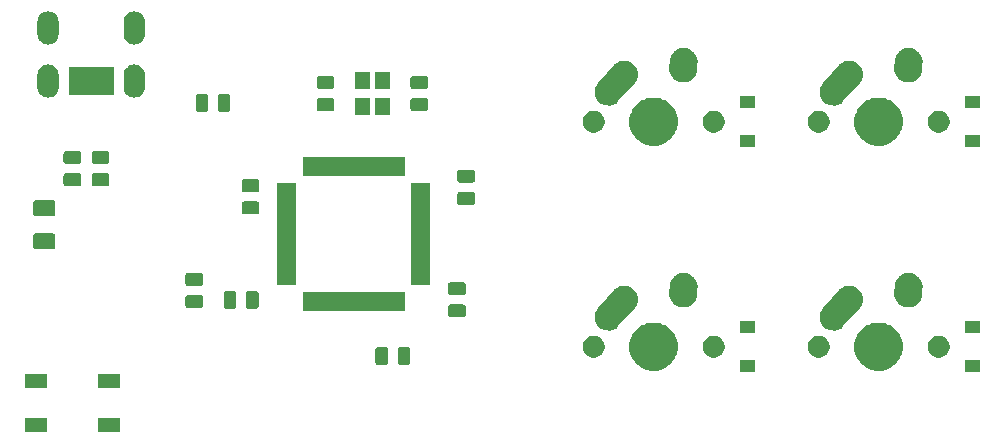
<source format=gbs>
G04 #@! TF.GenerationSoftware,KiCad,Pcbnew,(5.1.4)-1*
G04 #@! TF.CreationDate,2023-09-10T14:26:21-07:00*
G04 #@! TF.ProjectId,KeyboardPCBProj,4b657962-6f61-4726-9450-434250726f6a,rev?*
G04 #@! TF.SameCoordinates,Original*
G04 #@! TF.FileFunction,Soldermask,Bot*
G04 #@! TF.FilePolarity,Negative*
%FSLAX46Y46*%
G04 Gerber Fmt 4.6, Leading zero omitted, Abs format (unit mm)*
G04 Created by KiCad (PCBNEW (5.1.4)-1) date 2023-09-10 14:26:21*
%MOMM*%
%LPD*%
G04 APERTURE LIST*
%ADD10C,0.100000*%
G04 APERTURE END LIST*
D10*
G36*
X91363500Y-56426000D02*
G01*
X89461500Y-56426000D01*
X89461500Y-55224000D01*
X91363500Y-55224000D01*
X91363500Y-56426000D01*
X91363500Y-56426000D01*
G37*
G36*
X85163500Y-56426000D02*
G01*
X83261500Y-56426000D01*
X83261500Y-55224000D01*
X85163500Y-55224000D01*
X85163500Y-56426000D01*
X85163500Y-56426000D01*
G37*
G36*
X85163500Y-52726000D02*
G01*
X83261500Y-52726000D01*
X83261500Y-51524000D01*
X85163500Y-51524000D01*
X85163500Y-52726000D01*
X85163500Y-52726000D01*
G37*
G36*
X91363500Y-52726000D02*
G01*
X89461500Y-52726000D01*
X89461500Y-51524000D01*
X91363500Y-51524000D01*
X91363500Y-52726000D01*
X91363500Y-52726000D01*
G37*
G36*
X145113500Y-51363500D02*
G01*
X143811500Y-51363500D01*
X143811500Y-50361500D01*
X145113500Y-50361500D01*
X145113500Y-51363500D01*
X145113500Y-51363500D01*
G37*
G36*
X164163500Y-51363500D02*
G01*
X162861500Y-51363500D01*
X162861500Y-50361500D01*
X164163500Y-50361500D01*
X164163500Y-51363500D01*
X164163500Y-51363500D01*
G37*
G36*
X137121474Y-47246184D02*
G01*
X137339474Y-47336483D01*
X137493623Y-47400333D01*
X137828548Y-47624123D01*
X138113377Y-47908952D01*
X138337167Y-48243877D01*
X138369562Y-48322086D01*
X138491316Y-48616026D01*
X138569900Y-49011094D01*
X138569900Y-49413906D01*
X138491316Y-49808974D01*
X138440451Y-49931772D01*
X138337167Y-50181123D01*
X138113377Y-50516048D01*
X137828548Y-50800877D01*
X137493623Y-51024667D01*
X137339474Y-51088517D01*
X137121474Y-51178816D01*
X136726406Y-51257400D01*
X136323594Y-51257400D01*
X135928526Y-51178816D01*
X135710526Y-51088517D01*
X135556377Y-51024667D01*
X135221452Y-50800877D01*
X134936623Y-50516048D01*
X134712833Y-50181123D01*
X134609549Y-49931772D01*
X134558684Y-49808974D01*
X134480100Y-49413906D01*
X134480100Y-49011094D01*
X134558684Y-48616026D01*
X134680438Y-48322086D01*
X134712833Y-48243877D01*
X134936623Y-47908952D01*
X135221452Y-47624123D01*
X135556377Y-47400333D01*
X135710526Y-47336483D01*
X135928526Y-47246184D01*
X136323594Y-47167600D01*
X136726406Y-47167600D01*
X137121474Y-47246184D01*
X137121474Y-47246184D01*
G37*
G36*
X156171474Y-47246184D02*
G01*
X156389474Y-47336483D01*
X156543623Y-47400333D01*
X156878548Y-47624123D01*
X157163377Y-47908952D01*
X157387167Y-48243877D01*
X157419562Y-48322086D01*
X157541316Y-48616026D01*
X157619900Y-49011094D01*
X157619900Y-49413906D01*
X157541316Y-49808974D01*
X157490451Y-49931772D01*
X157387167Y-50181123D01*
X157163377Y-50516048D01*
X156878548Y-50800877D01*
X156543623Y-51024667D01*
X156389474Y-51088517D01*
X156171474Y-51178816D01*
X155776406Y-51257400D01*
X155373594Y-51257400D01*
X154978526Y-51178816D01*
X154760526Y-51088517D01*
X154606377Y-51024667D01*
X154271452Y-50800877D01*
X153986623Y-50516048D01*
X153762833Y-50181123D01*
X153659549Y-49931772D01*
X153608684Y-49808974D01*
X153530100Y-49413906D01*
X153530100Y-49011094D01*
X153608684Y-48616026D01*
X153730438Y-48322086D01*
X153762833Y-48243877D01*
X153986623Y-47908952D01*
X154271452Y-47624123D01*
X154606377Y-47400333D01*
X154760526Y-47336483D01*
X154978526Y-47246184D01*
X155373594Y-47167600D01*
X155776406Y-47167600D01*
X156171474Y-47246184D01*
X156171474Y-47246184D01*
G37*
G36*
X115753218Y-49259815D02*
G01*
X115791888Y-49271546D01*
X115827527Y-49290596D01*
X115858767Y-49316233D01*
X115884404Y-49347473D01*
X115903454Y-49383112D01*
X115915185Y-49421782D01*
X115919750Y-49468138D01*
X115919750Y-50544362D01*
X115915185Y-50590718D01*
X115903454Y-50629388D01*
X115884404Y-50665027D01*
X115858767Y-50696267D01*
X115827527Y-50721904D01*
X115791888Y-50740954D01*
X115753218Y-50752685D01*
X115706862Y-50757250D01*
X115055638Y-50757250D01*
X115009282Y-50752685D01*
X114970612Y-50740954D01*
X114934973Y-50721904D01*
X114903733Y-50696267D01*
X114878096Y-50665027D01*
X114859046Y-50629388D01*
X114847315Y-50590718D01*
X114842750Y-50544362D01*
X114842750Y-49468138D01*
X114847315Y-49421782D01*
X114859046Y-49383112D01*
X114878096Y-49347473D01*
X114903733Y-49316233D01*
X114934973Y-49290596D01*
X114970612Y-49271546D01*
X115009282Y-49259815D01*
X115055638Y-49255250D01*
X115706862Y-49255250D01*
X115753218Y-49259815D01*
X115753218Y-49259815D01*
G37*
G36*
X113878218Y-49259815D02*
G01*
X113916888Y-49271546D01*
X113952527Y-49290596D01*
X113983767Y-49316233D01*
X114009404Y-49347473D01*
X114028454Y-49383112D01*
X114040185Y-49421782D01*
X114044750Y-49468138D01*
X114044750Y-50544362D01*
X114040185Y-50590718D01*
X114028454Y-50629388D01*
X114009404Y-50665027D01*
X113983767Y-50696267D01*
X113952527Y-50721904D01*
X113916888Y-50740954D01*
X113878218Y-50752685D01*
X113831862Y-50757250D01*
X113180638Y-50757250D01*
X113134282Y-50752685D01*
X113095612Y-50740954D01*
X113059973Y-50721904D01*
X113028733Y-50696267D01*
X113003096Y-50665027D01*
X112984046Y-50629388D01*
X112972315Y-50590718D01*
X112967750Y-50544362D01*
X112967750Y-49468138D01*
X112972315Y-49421782D01*
X112984046Y-49383112D01*
X113003096Y-49347473D01*
X113028733Y-49316233D01*
X113059973Y-49290596D01*
X113095612Y-49271546D01*
X113134282Y-49259815D01*
X113180638Y-49255250D01*
X113831862Y-49255250D01*
X113878218Y-49259815D01*
X113878218Y-49259815D01*
G37*
G36*
X150765104Y-48322085D02*
G01*
X150933626Y-48391889D01*
X151085291Y-48493228D01*
X151214272Y-48622209D01*
X151315611Y-48773874D01*
X151385415Y-48942396D01*
X151421000Y-49121297D01*
X151421000Y-49303703D01*
X151385415Y-49482604D01*
X151315611Y-49651126D01*
X151214272Y-49802791D01*
X151085291Y-49931772D01*
X150933626Y-50033111D01*
X150765104Y-50102915D01*
X150586203Y-50138500D01*
X150403797Y-50138500D01*
X150224896Y-50102915D01*
X150056374Y-50033111D01*
X149904709Y-49931772D01*
X149775728Y-49802791D01*
X149674389Y-49651126D01*
X149604585Y-49482604D01*
X149569000Y-49303703D01*
X149569000Y-49121297D01*
X149604585Y-48942396D01*
X149674389Y-48773874D01*
X149775728Y-48622209D01*
X149904709Y-48493228D01*
X150056374Y-48391889D01*
X150224896Y-48322085D01*
X150403797Y-48286500D01*
X150586203Y-48286500D01*
X150765104Y-48322085D01*
X150765104Y-48322085D01*
G37*
G36*
X131715104Y-48322085D02*
G01*
X131883626Y-48391889D01*
X132035291Y-48493228D01*
X132164272Y-48622209D01*
X132265611Y-48773874D01*
X132335415Y-48942396D01*
X132371000Y-49121297D01*
X132371000Y-49303703D01*
X132335415Y-49482604D01*
X132265611Y-49651126D01*
X132164272Y-49802791D01*
X132035291Y-49931772D01*
X131883626Y-50033111D01*
X131715104Y-50102915D01*
X131536203Y-50138500D01*
X131353797Y-50138500D01*
X131174896Y-50102915D01*
X131006374Y-50033111D01*
X130854709Y-49931772D01*
X130725728Y-49802791D01*
X130624389Y-49651126D01*
X130554585Y-49482604D01*
X130519000Y-49303703D01*
X130519000Y-49121297D01*
X130554585Y-48942396D01*
X130624389Y-48773874D01*
X130725728Y-48622209D01*
X130854709Y-48493228D01*
X131006374Y-48391889D01*
X131174896Y-48322085D01*
X131353797Y-48286500D01*
X131536203Y-48286500D01*
X131715104Y-48322085D01*
X131715104Y-48322085D01*
G37*
G36*
X141875104Y-48322085D02*
G01*
X142043626Y-48391889D01*
X142195291Y-48493228D01*
X142324272Y-48622209D01*
X142425611Y-48773874D01*
X142495415Y-48942396D01*
X142531000Y-49121297D01*
X142531000Y-49303703D01*
X142495415Y-49482604D01*
X142425611Y-49651126D01*
X142324272Y-49802791D01*
X142195291Y-49931772D01*
X142043626Y-50033111D01*
X141875104Y-50102915D01*
X141696203Y-50138500D01*
X141513797Y-50138500D01*
X141334896Y-50102915D01*
X141166374Y-50033111D01*
X141014709Y-49931772D01*
X140885728Y-49802791D01*
X140784389Y-49651126D01*
X140714585Y-49482604D01*
X140679000Y-49303703D01*
X140679000Y-49121297D01*
X140714585Y-48942396D01*
X140784389Y-48773874D01*
X140885728Y-48622209D01*
X141014709Y-48493228D01*
X141166374Y-48391889D01*
X141334896Y-48322085D01*
X141513797Y-48286500D01*
X141696203Y-48286500D01*
X141875104Y-48322085D01*
X141875104Y-48322085D01*
G37*
G36*
X160925104Y-48322085D02*
G01*
X161093626Y-48391889D01*
X161245291Y-48493228D01*
X161374272Y-48622209D01*
X161475611Y-48773874D01*
X161545415Y-48942396D01*
X161581000Y-49121297D01*
X161581000Y-49303703D01*
X161545415Y-49482604D01*
X161475611Y-49651126D01*
X161374272Y-49802791D01*
X161245291Y-49931772D01*
X161093626Y-50033111D01*
X160925104Y-50102915D01*
X160746203Y-50138500D01*
X160563797Y-50138500D01*
X160384896Y-50102915D01*
X160216374Y-50033111D01*
X160064709Y-49931772D01*
X159935728Y-49802791D01*
X159834389Y-49651126D01*
X159764585Y-49482604D01*
X159729000Y-49303703D01*
X159729000Y-49121297D01*
X159764585Y-48942396D01*
X159834389Y-48773874D01*
X159935728Y-48622209D01*
X160064709Y-48493228D01*
X160216374Y-48391889D01*
X160384896Y-48322085D01*
X160563797Y-48286500D01*
X160746203Y-48286500D01*
X160925104Y-48322085D01*
X160925104Y-48322085D01*
G37*
G36*
X164163500Y-48063500D02*
G01*
X162861500Y-48063500D01*
X162861500Y-47061500D01*
X164163500Y-47061500D01*
X164163500Y-48063500D01*
X164163500Y-48063500D01*
G37*
G36*
X145113500Y-48063500D02*
G01*
X143811500Y-48063500D01*
X143811500Y-47061500D01*
X145113500Y-47061500D01*
X145113500Y-48063500D01*
X145113500Y-48063500D01*
G37*
G36*
X153098205Y-44036381D02*
G01*
X153103645Y-44036500D01*
X153190828Y-44036500D01*
X153207097Y-44039736D01*
X153225956Y-44042015D01*
X153242532Y-44042746D01*
X153327223Y-44063510D01*
X153332518Y-44064684D01*
X153418027Y-44081693D01*
X153433362Y-44088045D01*
X153451401Y-44093955D01*
X153467521Y-44097907D01*
X153546504Y-44134780D01*
X153551494Y-44136977D01*
X153632045Y-44170342D01*
X153645841Y-44179560D01*
X153662393Y-44188882D01*
X153677426Y-44195900D01*
X153747694Y-44247471D01*
X153752192Y-44250622D01*
X153824656Y-44299041D01*
X153836383Y-44310768D01*
X153850809Y-44323148D01*
X153864179Y-44332961D01*
X153864180Y-44332962D01*
X153923021Y-44397233D01*
X153926829Y-44401214D01*
X153988459Y-44462844D01*
X153997674Y-44476635D01*
X154009396Y-44491578D01*
X154020605Y-44503821D01*
X154065799Y-44578374D01*
X154068746Y-44583001D01*
X154071084Y-44586500D01*
X154117158Y-44655455D01*
X154123505Y-44670777D01*
X154132092Y-44687731D01*
X154140691Y-44701917D01*
X154170478Y-44783868D01*
X154172452Y-44788948D01*
X154205807Y-44869473D01*
X154205807Y-44869474D01*
X154209041Y-44885733D01*
X154214158Y-44904042D01*
X154219825Y-44919634D01*
X154233055Y-45005845D01*
X154234001Y-45011213D01*
X154251000Y-45096673D01*
X154251000Y-45113252D01*
X154252444Y-45132192D01*
X154254963Y-45148604D01*
X154251120Y-45235749D01*
X154251000Y-45241189D01*
X154251000Y-45328325D01*
X154247766Y-45344583D01*
X154245488Y-45363441D01*
X154244756Y-45380031D01*
X154223988Y-45464737D01*
X154222812Y-45470037D01*
X154205807Y-45555527D01*
X154199457Y-45570857D01*
X154193549Y-45588893D01*
X154189595Y-45605020D01*
X154152711Y-45684026D01*
X154150511Y-45689023D01*
X154117158Y-45769545D01*
X154107944Y-45783335D01*
X154098622Y-45799887D01*
X154091602Y-45814924D01*
X154040011Y-45885220D01*
X154036866Y-45889710D01*
X153988461Y-45962154D01*
X153931460Y-46019155D01*
X153926811Y-46024063D01*
X153357315Y-46658767D01*
X152601723Y-47500876D01*
X152473679Y-47618102D01*
X152374630Y-47678146D01*
X152275583Y-47738189D01*
X152057866Y-47817323D01*
X151828895Y-47852461D01*
X151597470Y-47842254D01*
X151372481Y-47787093D01*
X151267727Y-47738189D01*
X151162579Y-47689102D01*
X151065838Y-47618102D01*
X150975823Y-47552039D01*
X150901394Y-47470741D01*
X150819398Y-47381179D01*
X150737564Y-47246185D01*
X150699311Y-47183083D01*
X150620177Y-46965366D01*
X150585039Y-46736395D01*
X150595246Y-46504970D01*
X150650407Y-46279981D01*
X150701972Y-46169528D01*
X150748398Y-46070080D01*
X150748400Y-46070077D01*
X150851114Y-45930122D01*
X151630147Y-45061888D01*
X152137787Y-44496121D01*
X152148681Y-44482089D01*
X152161539Y-44462846D01*
X152218573Y-44405812D01*
X152223223Y-44400903D01*
X152238278Y-44384124D01*
X152259701Y-44364511D01*
X152263682Y-44360703D01*
X152325346Y-44299039D01*
X152339143Y-44289820D01*
X152354102Y-44278085D01*
X152366321Y-44266898D01*
X152398385Y-44247461D01*
X152440830Y-44221731D01*
X152445421Y-44218808D01*
X152517955Y-44170342D01*
X152533300Y-44163986D01*
X152550248Y-44155401D01*
X152564416Y-44146812D01*
X152564417Y-44146812D01*
X152564418Y-44146811D01*
X152646312Y-44117045D01*
X152651410Y-44115063D01*
X152731973Y-44081693D01*
X152748252Y-44078455D01*
X152766542Y-44073344D01*
X152782135Y-44067677D01*
X152868300Y-44054454D01*
X152873663Y-44053509D01*
X152959173Y-44036500D01*
X152975766Y-44036500D01*
X152994709Y-44035055D01*
X153011106Y-44032539D01*
X153098205Y-44036381D01*
X153098205Y-44036381D01*
G37*
G36*
X134048205Y-44036381D02*
G01*
X134053645Y-44036500D01*
X134140828Y-44036500D01*
X134157097Y-44039736D01*
X134175956Y-44042015D01*
X134192532Y-44042746D01*
X134277223Y-44063510D01*
X134282518Y-44064684D01*
X134368027Y-44081693D01*
X134383362Y-44088045D01*
X134401401Y-44093955D01*
X134417521Y-44097907D01*
X134496504Y-44134780D01*
X134501494Y-44136977D01*
X134582045Y-44170342D01*
X134595841Y-44179560D01*
X134612393Y-44188882D01*
X134627426Y-44195900D01*
X134697694Y-44247471D01*
X134702192Y-44250622D01*
X134774656Y-44299041D01*
X134786383Y-44310768D01*
X134800809Y-44323148D01*
X134814179Y-44332961D01*
X134814180Y-44332962D01*
X134873021Y-44397233D01*
X134876829Y-44401214D01*
X134938459Y-44462844D01*
X134947674Y-44476635D01*
X134959396Y-44491578D01*
X134970605Y-44503821D01*
X135015799Y-44578374D01*
X135018746Y-44583001D01*
X135021084Y-44586500D01*
X135067158Y-44655455D01*
X135073505Y-44670777D01*
X135082092Y-44687731D01*
X135090691Y-44701917D01*
X135120478Y-44783868D01*
X135122452Y-44788948D01*
X135155807Y-44869473D01*
X135155807Y-44869474D01*
X135159041Y-44885733D01*
X135164158Y-44904042D01*
X135169825Y-44919634D01*
X135183055Y-45005845D01*
X135184001Y-45011213D01*
X135201000Y-45096673D01*
X135201000Y-45113252D01*
X135202444Y-45132192D01*
X135204963Y-45148604D01*
X135201120Y-45235749D01*
X135201000Y-45241189D01*
X135201000Y-45328325D01*
X135197766Y-45344583D01*
X135195488Y-45363441D01*
X135194756Y-45380031D01*
X135173988Y-45464737D01*
X135172812Y-45470037D01*
X135155807Y-45555527D01*
X135149457Y-45570857D01*
X135143549Y-45588893D01*
X135139595Y-45605020D01*
X135102711Y-45684026D01*
X135100511Y-45689023D01*
X135067158Y-45769545D01*
X135057944Y-45783335D01*
X135048622Y-45799887D01*
X135041602Y-45814924D01*
X134990011Y-45885220D01*
X134986866Y-45889710D01*
X134938461Y-45962154D01*
X134881460Y-46019155D01*
X134876811Y-46024063D01*
X134307315Y-46658767D01*
X133551723Y-47500876D01*
X133423679Y-47618102D01*
X133324630Y-47678146D01*
X133225583Y-47738189D01*
X133007866Y-47817323D01*
X132778895Y-47852461D01*
X132547470Y-47842254D01*
X132322481Y-47787093D01*
X132217727Y-47738189D01*
X132112579Y-47689102D01*
X132015838Y-47618102D01*
X131925823Y-47552039D01*
X131851394Y-47470741D01*
X131769398Y-47381179D01*
X131687564Y-47246185D01*
X131649311Y-47183083D01*
X131570177Y-46965366D01*
X131535039Y-46736395D01*
X131545246Y-46504970D01*
X131600407Y-46279981D01*
X131651972Y-46169528D01*
X131698398Y-46070080D01*
X131698400Y-46070077D01*
X131801114Y-45930122D01*
X132580147Y-45061888D01*
X133087787Y-44496121D01*
X133098681Y-44482089D01*
X133111539Y-44462846D01*
X133168573Y-44405812D01*
X133173223Y-44400903D01*
X133188278Y-44384124D01*
X133209701Y-44364511D01*
X133213682Y-44360703D01*
X133275346Y-44299039D01*
X133289143Y-44289820D01*
X133304102Y-44278085D01*
X133316321Y-44266898D01*
X133348385Y-44247461D01*
X133390830Y-44221731D01*
X133395421Y-44218808D01*
X133467955Y-44170342D01*
X133483300Y-44163986D01*
X133500248Y-44155401D01*
X133514416Y-44146812D01*
X133514417Y-44146812D01*
X133514418Y-44146811D01*
X133596312Y-44117045D01*
X133601410Y-44115063D01*
X133681973Y-44081693D01*
X133698252Y-44078455D01*
X133716542Y-44073344D01*
X133732135Y-44067677D01*
X133818300Y-44054454D01*
X133823663Y-44053509D01*
X133909173Y-44036500D01*
X133925766Y-44036500D01*
X133944709Y-44035055D01*
X133961106Y-44032539D01*
X134048205Y-44036381D01*
X134048205Y-44036381D01*
G37*
G36*
X120440718Y-45647315D02*
G01*
X120479388Y-45659046D01*
X120515027Y-45678096D01*
X120546267Y-45703733D01*
X120571904Y-45734973D01*
X120590954Y-45770612D01*
X120602685Y-45809282D01*
X120607250Y-45855638D01*
X120607250Y-46506862D01*
X120602685Y-46553218D01*
X120590954Y-46591888D01*
X120571904Y-46627527D01*
X120546267Y-46658767D01*
X120515027Y-46684404D01*
X120479388Y-46703454D01*
X120440718Y-46715185D01*
X120394362Y-46719750D01*
X119318138Y-46719750D01*
X119271782Y-46715185D01*
X119233112Y-46703454D01*
X119197473Y-46684404D01*
X119166233Y-46658767D01*
X119140596Y-46627527D01*
X119121546Y-46591888D01*
X119109815Y-46553218D01*
X119105250Y-46506862D01*
X119105250Y-45855638D01*
X119109815Y-45809282D01*
X119121546Y-45770612D01*
X119140596Y-45734973D01*
X119166233Y-45703733D01*
X119197473Y-45678096D01*
X119233112Y-45659046D01*
X119271782Y-45647315D01*
X119318138Y-45642750D01*
X120394362Y-45642750D01*
X120440718Y-45647315D01*
X120440718Y-45647315D01*
G37*
G36*
X115451000Y-46188500D02*
G01*
X106799000Y-46188500D01*
X106799000Y-44586500D01*
X115451000Y-44586500D01*
X115451000Y-46188500D01*
X115451000Y-46188500D01*
G37*
G36*
X101034468Y-44497315D02*
G01*
X101073138Y-44509046D01*
X101108777Y-44528096D01*
X101140017Y-44553733D01*
X101165654Y-44584973D01*
X101184704Y-44620612D01*
X101196435Y-44659282D01*
X101201000Y-44705638D01*
X101201000Y-45781862D01*
X101196435Y-45828218D01*
X101184704Y-45866888D01*
X101165654Y-45902527D01*
X101140017Y-45933767D01*
X101108777Y-45959404D01*
X101073138Y-45978454D01*
X101034468Y-45990185D01*
X100988112Y-45994750D01*
X100336888Y-45994750D01*
X100290532Y-45990185D01*
X100251862Y-45978454D01*
X100216223Y-45959404D01*
X100184983Y-45933767D01*
X100159346Y-45902527D01*
X100140296Y-45866888D01*
X100128565Y-45828218D01*
X100124000Y-45781862D01*
X100124000Y-44705638D01*
X100128565Y-44659282D01*
X100140296Y-44620612D01*
X100159346Y-44584973D01*
X100184983Y-44553733D01*
X100216223Y-44528096D01*
X100251862Y-44509046D01*
X100290532Y-44497315D01*
X100336888Y-44492750D01*
X100988112Y-44492750D01*
X101034468Y-44497315D01*
X101034468Y-44497315D01*
G37*
G36*
X102909468Y-44497315D02*
G01*
X102948138Y-44509046D01*
X102983777Y-44528096D01*
X103015017Y-44553733D01*
X103040654Y-44584973D01*
X103059704Y-44620612D01*
X103071435Y-44659282D01*
X103076000Y-44705638D01*
X103076000Y-45781862D01*
X103071435Y-45828218D01*
X103059704Y-45866888D01*
X103040654Y-45902527D01*
X103015017Y-45933767D01*
X102983777Y-45959404D01*
X102948138Y-45978454D01*
X102909468Y-45990185D01*
X102863112Y-45994750D01*
X102211888Y-45994750D01*
X102165532Y-45990185D01*
X102126862Y-45978454D01*
X102091223Y-45959404D01*
X102059983Y-45933767D01*
X102034346Y-45902527D01*
X102015296Y-45866888D01*
X102003565Y-45828218D01*
X101999000Y-45781862D01*
X101999000Y-44705638D01*
X102003565Y-44659282D01*
X102015296Y-44620612D01*
X102034346Y-44584973D01*
X102059983Y-44553733D01*
X102091223Y-44528096D01*
X102126862Y-44509046D01*
X102165532Y-44497315D01*
X102211888Y-44492750D01*
X102863112Y-44492750D01*
X102909468Y-44497315D01*
X102909468Y-44497315D01*
G37*
G36*
X98215718Y-44853565D02*
G01*
X98254388Y-44865296D01*
X98290027Y-44884346D01*
X98321267Y-44909983D01*
X98346904Y-44941223D01*
X98365954Y-44976862D01*
X98377685Y-45015532D01*
X98382250Y-45061888D01*
X98382250Y-45713112D01*
X98377685Y-45759468D01*
X98365954Y-45798138D01*
X98346904Y-45833777D01*
X98321267Y-45865017D01*
X98290027Y-45890654D01*
X98254388Y-45909704D01*
X98215718Y-45921435D01*
X98169362Y-45926000D01*
X97093138Y-45926000D01*
X97046782Y-45921435D01*
X97008112Y-45909704D01*
X96972473Y-45890654D01*
X96941233Y-45865017D01*
X96915596Y-45833777D01*
X96896546Y-45798138D01*
X96884815Y-45759468D01*
X96880250Y-45713112D01*
X96880250Y-45061888D01*
X96884815Y-45015532D01*
X96896546Y-44976862D01*
X96915596Y-44941223D01*
X96941233Y-44909983D01*
X96972473Y-44884346D01*
X97008112Y-44865296D01*
X97046782Y-44853565D01*
X97093138Y-44849000D01*
X98169362Y-44849000D01*
X98215718Y-44853565D01*
X98215718Y-44853565D01*
G37*
G36*
X158203127Y-42954761D02*
G01*
X158223900Y-42956500D01*
X158230827Y-42956500D01*
X158325754Y-42975382D01*
X158329348Y-42976042D01*
X158424730Y-42992124D01*
X158431203Y-42994585D01*
X158451228Y-43000341D01*
X158458027Y-43001693D01*
X158500720Y-43019377D01*
X158547443Y-43038730D01*
X158550844Y-43040081D01*
X158641255Y-43074461D01*
X158647127Y-43078140D01*
X158665636Y-43087687D01*
X158672045Y-43090342D01*
X158752563Y-43144142D01*
X158755554Y-43146078D01*
X158837557Y-43197459D01*
X158842584Y-43202200D01*
X158858896Y-43215191D01*
X158864652Y-43219037D01*
X158933110Y-43287495D01*
X158935689Y-43289999D01*
X159006090Y-43356389D01*
X159009726Y-43361500D01*
X159010095Y-43362019D01*
X159023559Y-43377944D01*
X159028459Y-43382844D01*
X159082244Y-43463339D01*
X159084291Y-43466307D01*
X159140380Y-43545145D01*
X159143214Y-43551458D01*
X159153308Y-43569693D01*
X159157158Y-43575455D01*
X159194220Y-43664930D01*
X159195624Y-43668185D01*
X159235265Y-43756473D01*
X159236815Y-43763225D01*
X159243152Y-43783062D01*
X159245807Y-43789473D01*
X159257172Y-43846611D01*
X159264692Y-43884417D01*
X159265438Y-43887901D01*
X159287098Y-43982251D01*
X159287098Y-43982254D01*
X159287300Y-43989154D01*
X159289647Y-44009870D01*
X159291000Y-44016674D01*
X159291000Y-44113486D01*
X159291053Y-44117084D01*
X159292188Y-44155777D01*
X159291295Y-44168725D01*
X159291000Y-44177297D01*
X159291000Y-44248326D01*
X159285081Y-44278085D01*
X159284604Y-44280479D01*
X159282500Y-44296250D01*
X159244238Y-44851045D01*
X159215376Y-45022230D01*
X159133038Y-45238755D01*
X159010041Y-45435057D01*
X158851111Y-45603590D01*
X158662355Y-45737880D01*
X158451027Y-45832765D01*
X158225249Y-45884598D01*
X157993698Y-45891389D01*
X157993697Y-45891389D01*
X157929843Y-45880623D01*
X157765270Y-45852876D01*
X157548745Y-45770538D01*
X157352443Y-45647541D01*
X157183910Y-45488611D01*
X157049620Y-45299855D01*
X156954735Y-45088527D01*
X156902902Y-44862749D01*
X156897812Y-44689223D01*
X156938704Y-44096294D01*
X156939000Y-44087696D01*
X156939000Y-44016675D01*
X156939203Y-44015654D01*
X156957888Y-43921719D01*
X156958544Y-43918145D01*
X156964231Y-43884417D01*
X156974624Y-43822770D01*
X156977085Y-43816299D01*
X156982842Y-43796267D01*
X156984193Y-43789474D01*
X156991048Y-43772924D01*
X157021264Y-43699976D01*
X157022553Y-43696730D01*
X157056962Y-43606245D01*
X157060636Y-43600381D01*
X157070187Y-43581865D01*
X157072842Y-43575455D01*
X157126657Y-43494915D01*
X157128577Y-43491949D01*
X157179959Y-43409943D01*
X157184711Y-43404904D01*
X157197689Y-43388607D01*
X157201537Y-43382848D01*
X157269993Y-43314392D01*
X157272546Y-43311762D01*
X157293023Y-43290048D01*
X157338889Y-43241410D01*
X157344521Y-43237403D01*
X157360447Y-43223938D01*
X157365346Y-43219039D01*
X157445824Y-43165266D01*
X157448806Y-43163210D01*
X157527645Y-43107120D01*
X157533955Y-43104287D01*
X157552194Y-43094191D01*
X157557951Y-43090344D01*
X157557954Y-43090343D01*
X157557955Y-43090342D01*
X157647429Y-43053281D01*
X157650687Y-43051875D01*
X157738973Y-43012235D01*
X157745725Y-43010685D01*
X157765562Y-43004348D01*
X157771973Y-43001693D01*
X157866899Y-42982811D01*
X157870446Y-42982051D01*
X157964751Y-42960401D01*
X157967130Y-42960331D01*
X157971665Y-42960198D01*
X157992381Y-42957851D01*
X157999174Y-42956500D01*
X158095959Y-42956500D01*
X158099584Y-42956447D01*
X158196302Y-42953610D01*
X158203127Y-42954761D01*
X158203127Y-42954761D01*
G37*
G36*
X139153127Y-42954761D02*
G01*
X139173900Y-42956500D01*
X139180827Y-42956500D01*
X139275754Y-42975382D01*
X139279348Y-42976042D01*
X139374730Y-42992124D01*
X139381203Y-42994585D01*
X139401228Y-43000341D01*
X139408027Y-43001693D01*
X139450720Y-43019377D01*
X139497443Y-43038730D01*
X139500844Y-43040081D01*
X139591255Y-43074461D01*
X139597127Y-43078140D01*
X139615636Y-43087687D01*
X139622045Y-43090342D01*
X139702563Y-43144142D01*
X139705554Y-43146078D01*
X139787557Y-43197459D01*
X139792584Y-43202200D01*
X139808896Y-43215191D01*
X139814652Y-43219037D01*
X139883110Y-43287495D01*
X139885689Y-43289999D01*
X139956090Y-43356389D01*
X139959726Y-43361500D01*
X139960095Y-43362019D01*
X139973559Y-43377944D01*
X139978459Y-43382844D01*
X140032244Y-43463339D01*
X140034291Y-43466307D01*
X140090380Y-43545145D01*
X140093214Y-43551458D01*
X140103308Y-43569693D01*
X140107158Y-43575455D01*
X140144220Y-43664930D01*
X140145624Y-43668185D01*
X140185265Y-43756473D01*
X140186815Y-43763225D01*
X140193152Y-43783062D01*
X140195807Y-43789473D01*
X140207172Y-43846611D01*
X140214692Y-43884417D01*
X140215438Y-43887901D01*
X140237098Y-43982251D01*
X140237098Y-43982254D01*
X140237300Y-43989154D01*
X140239647Y-44009870D01*
X140241000Y-44016674D01*
X140241000Y-44113486D01*
X140241053Y-44117084D01*
X140242188Y-44155777D01*
X140241295Y-44168725D01*
X140241000Y-44177297D01*
X140241000Y-44248326D01*
X140235081Y-44278085D01*
X140234604Y-44280479D01*
X140232500Y-44296250D01*
X140194238Y-44851045D01*
X140165376Y-45022230D01*
X140083038Y-45238755D01*
X139960041Y-45435057D01*
X139801111Y-45603590D01*
X139612355Y-45737880D01*
X139401027Y-45832765D01*
X139175249Y-45884598D01*
X138943698Y-45891389D01*
X138943697Y-45891389D01*
X138879843Y-45880623D01*
X138715270Y-45852876D01*
X138498745Y-45770538D01*
X138302443Y-45647541D01*
X138133910Y-45488611D01*
X137999620Y-45299855D01*
X137904735Y-45088527D01*
X137852902Y-44862749D01*
X137847812Y-44689223D01*
X137888704Y-44096294D01*
X137889000Y-44087696D01*
X137889000Y-44016675D01*
X137889203Y-44015654D01*
X137907888Y-43921719D01*
X137908544Y-43918145D01*
X137914231Y-43884417D01*
X137924624Y-43822770D01*
X137927085Y-43816299D01*
X137932842Y-43796267D01*
X137934193Y-43789474D01*
X137941048Y-43772924D01*
X137971264Y-43699976D01*
X137972553Y-43696730D01*
X138006962Y-43606245D01*
X138010636Y-43600381D01*
X138020187Y-43581865D01*
X138022842Y-43575455D01*
X138076657Y-43494915D01*
X138078577Y-43491949D01*
X138129959Y-43409943D01*
X138134711Y-43404904D01*
X138147689Y-43388607D01*
X138151537Y-43382848D01*
X138219993Y-43314392D01*
X138222546Y-43311762D01*
X138243023Y-43290048D01*
X138288889Y-43241410D01*
X138294521Y-43237403D01*
X138310447Y-43223938D01*
X138315346Y-43219039D01*
X138395824Y-43165266D01*
X138398806Y-43163210D01*
X138477645Y-43107120D01*
X138483955Y-43104287D01*
X138502194Y-43094191D01*
X138507951Y-43090344D01*
X138507954Y-43090343D01*
X138507955Y-43090342D01*
X138597429Y-43053281D01*
X138600687Y-43051875D01*
X138688973Y-43012235D01*
X138695725Y-43010685D01*
X138715562Y-43004348D01*
X138721973Y-43001693D01*
X138816899Y-42982811D01*
X138820446Y-42982051D01*
X138914751Y-42960401D01*
X138917130Y-42960331D01*
X138921665Y-42960198D01*
X138942381Y-42957851D01*
X138949174Y-42956500D01*
X139045959Y-42956500D01*
X139049584Y-42956447D01*
X139146302Y-42953610D01*
X139153127Y-42954761D01*
X139153127Y-42954761D01*
G37*
G36*
X120440718Y-43772315D02*
G01*
X120479388Y-43784046D01*
X120515027Y-43803096D01*
X120546267Y-43828733D01*
X120571904Y-43859973D01*
X120590954Y-43895612D01*
X120602685Y-43934282D01*
X120607250Y-43980638D01*
X120607250Y-44631862D01*
X120602685Y-44678218D01*
X120590954Y-44716888D01*
X120571904Y-44752527D01*
X120546267Y-44783767D01*
X120515027Y-44809404D01*
X120479388Y-44828454D01*
X120440718Y-44840185D01*
X120394362Y-44844750D01*
X119318138Y-44844750D01*
X119271782Y-44840185D01*
X119233112Y-44828454D01*
X119197473Y-44809404D01*
X119166233Y-44783767D01*
X119140596Y-44752527D01*
X119121546Y-44716888D01*
X119109815Y-44678218D01*
X119105250Y-44631862D01*
X119105250Y-43980638D01*
X119109815Y-43934282D01*
X119121546Y-43895612D01*
X119140596Y-43859973D01*
X119166233Y-43828733D01*
X119197473Y-43803096D01*
X119233112Y-43784046D01*
X119271782Y-43772315D01*
X119318138Y-43767750D01*
X120394362Y-43767750D01*
X120440718Y-43772315D01*
X120440718Y-43772315D01*
G37*
G36*
X98215718Y-42978565D02*
G01*
X98254388Y-42990296D01*
X98290027Y-43009346D01*
X98321267Y-43034983D01*
X98346904Y-43066223D01*
X98365954Y-43101862D01*
X98377685Y-43140532D01*
X98382250Y-43186888D01*
X98382250Y-43838112D01*
X98377685Y-43884468D01*
X98365954Y-43923138D01*
X98346904Y-43958777D01*
X98321267Y-43990017D01*
X98290027Y-44015654D01*
X98254388Y-44034704D01*
X98215718Y-44046435D01*
X98169362Y-44051000D01*
X97093138Y-44051000D01*
X97046782Y-44046435D01*
X97008112Y-44034704D01*
X96972473Y-44015654D01*
X96941233Y-43990017D01*
X96915596Y-43958777D01*
X96896546Y-43923138D01*
X96884815Y-43884468D01*
X96880250Y-43838112D01*
X96880250Y-43186888D01*
X96884815Y-43140532D01*
X96896546Y-43101862D01*
X96915596Y-43066223D01*
X96941233Y-43034983D01*
X96972473Y-43009346D01*
X97008112Y-42990296D01*
X97046782Y-42978565D01*
X97093138Y-42974000D01*
X98169362Y-42974000D01*
X98215718Y-42978565D01*
X98215718Y-42978565D01*
G37*
G36*
X117626000Y-44013500D02*
G01*
X116024000Y-44013500D01*
X116024000Y-35361500D01*
X117626000Y-35361500D01*
X117626000Y-44013500D01*
X117626000Y-44013500D01*
G37*
G36*
X106226000Y-44013500D02*
G01*
X104624000Y-44013500D01*
X104624000Y-35361500D01*
X106226000Y-35361500D01*
X106226000Y-44013500D01*
X106226000Y-44013500D01*
G37*
G36*
X85699854Y-39622097D02*
G01*
X85736394Y-39633182D01*
X85770071Y-39651183D01*
X85799591Y-39675409D01*
X85823817Y-39704929D01*
X85841818Y-39738606D01*
X85852903Y-39775146D01*
X85857250Y-39819288D01*
X85857250Y-40768212D01*
X85852903Y-40812354D01*
X85841818Y-40848894D01*
X85823817Y-40882571D01*
X85799591Y-40912091D01*
X85770071Y-40936317D01*
X85736394Y-40954318D01*
X85699854Y-40965403D01*
X85655712Y-40969750D01*
X84206788Y-40969750D01*
X84162646Y-40965403D01*
X84126106Y-40954318D01*
X84092429Y-40936317D01*
X84062909Y-40912091D01*
X84038683Y-40882571D01*
X84020682Y-40848894D01*
X84009597Y-40812354D01*
X84005250Y-40768212D01*
X84005250Y-39819288D01*
X84009597Y-39775146D01*
X84020682Y-39738606D01*
X84038683Y-39704929D01*
X84062909Y-39675409D01*
X84092429Y-39651183D01*
X84126106Y-39633182D01*
X84162646Y-39622097D01*
X84206788Y-39617750D01*
X85655712Y-39617750D01*
X85699854Y-39622097D01*
X85699854Y-39622097D01*
G37*
G36*
X85699854Y-36822097D02*
G01*
X85736394Y-36833182D01*
X85770071Y-36851183D01*
X85799591Y-36875409D01*
X85823817Y-36904929D01*
X85841818Y-36938606D01*
X85852903Y-36975146D01*
X85857250Y-37019288D01*
X85857250Y-37968212D01*
X85852903Y-38012354D01*
X85841818Y-38048894D01*
X85823817Y-38082571D01*
X85799591Y-38112091D01*
X85770071Y-38136317D01*
X85736394Y-38154318D01*
X85699854Y-38165403D01*
X85655712Y-38169750D01*
X84206788Y-38169750D01*
X84162646Y-38165403D01*
X84126106Y-38154318D01*
X84092429Y-38136317D01*
X84062909Y-38112091D01*
X84038683Y-38082571D01*
X84020682Y-38048894D01*
X84009597Y-38012354D01*
X84005250Y-37968212D01*
X84005250Y-37019288D01*
X84009597Y-36975146D01*
X84020682Y-36938606D01*
X84038683Y-36904929D01*
X84062909Y-36875409D01*
X84092429Y-36851183D01*
X84126106Y-36833182D01*
X84162646Y-36822097D01*
X84206788Y-36817750D01*
X85655712Y-36817750D01*
X85699854Y-36822097D01*
X85699854Y-36822097D01*
G37*
G36*
X102978218Y-36916065D02*
G01*
X103016888Y-36927796D01*
X103052527Y-36946846D01*
X103083767Y-36972483D01*
X103109404Y-37003723D01*
X103128454Y-37039362D01*
X103140185Y-37078032D01*
X103144750Y-37124388D01*
X103144750Y-37775612D01*
X103140185Y-37821968D01*
X103128454Y-37860638D01*
X103109404Y-37896277D01*
X103083767Y-37927517D01*
X103052527Y-37953154D01*
X103016888Y-37972204D01*
X102978218Y-37983935D01*
X102931862Y-37988500D01*
X101855638Y-37988500D01*
X101809282Y-37983935D01*
X101770612Y-37972204D01*
X101734973Y-37953154D01*
X101703733Y-37927517D01*
X101678096Y-37896277D01*
X101659046Y-37860638D01*
X101647315Y-37821968D01*
X101642750Y-37775612D01*
X101642750Y-37124388D01*
X101647315Y-37078032D01*
X101659046Y-37039362D01*
X101678096Y-37003723D01*
X101703733Y-36972483D01*
X101734973Y-36946846D01*
X101770612Y-36927796D01*
X101809282Y-36916065D01*
X101855638Y-36911500D01*
X102931862Y-36911500D01*
X102978218Y-36916065D01*
X102978218Y-36916065D01*
G37*
G36*
X121234468Y-36122315D02*
G01*
X121273138Y-36134046D01*
X121308777Y-36153096D01*
X121340017Y-36178733D01*
X121365654Y-36209973D01*
X121384704Y-36245612D01*
X121396435Y-36284282D01*
X121401000Y-36330638D01*
X121401000Y-36981862D01*
X121396435Y-37028218D01*
X121384704Y-37066888D01*
X121365654Y-37102527D01*
X121340017Y-37133767D01*
X121308777Y-37159404D01*
X121273138Y-37178454D01*
X121234468Y-37190185D01*
X121188112Y-37194750D01*
X120111888Y-37194750D01*
X120065532Y-37190185D01*
X120026862Y-37178454D01*
X119991223Y-37159404D01*
X119959983Y-37133767D01*
X119934346Y-37102527D01*
X119915296Y-37066888D01*
X119903565Y-37028218D01*
X119899000Y-36981862D01*
X119899000Y-36330638D01*
X119903565Y-36284282D01*
X119915296Y-36245612D01*
X119934346Y-36209973D01*
X119959983Y-36178733D01*
X119991223Y-36153096D01*
X120026862Y-36134046D01*
X120065532Y-36122315D01*
X120111888Y-36117750D01*
X121188112Y-36117750D01*
X121234468Y-36122315D01*
X121234468Y-36122315D01*
G37*
G36*
X102978218Y-35041065D02*
G01*
X103016888Y-35052796D01*
X103052527Y-35071846D01*
X103083767Y-35097483D01*
X103109404Y-35128723D01*
X103128454Y-35164362D01*
X103140185Y-35203032D01*
X103144750Y-35249388D01*
X103144750Y-35900612D01*
X103140185Y-35946968D01*
X103128454Y-35985638D01*
X103109404Y-36021277D01*
X103083767Y-36052517D01*
X103052527Y-36078154D01*
X103016888Y-36097204D01*
X102978218Y-36108935D01*
X102931862Y-36113500D01*
X101855638Y-36113500D01*
X101809282Y-36108935D01*
X101770612Y-36097204D01*
X101734973Y-36078154D01*
X101703733Y-36052517D01*
X101678096Y-36021277D01*
X101659046Y-35985638D01*
X101647315Y-35946968D01*
X101642750Y-35900612D01*
X101642750Y-35249388D01*
X101647315Y-35203032D01*
X101659046Y-35164362D01*
X101678096Y-35128723D01*
X101703733Y-35097483D01*
X101734973Y-35071846D01*
X101770612Y-35052796D01*
X101809282Y-35041065D01*
X101855638Y-35036500D01*
X102931862Y-35036500D01*
X102978218Y-35041065D01*
X102978218Y-35041065D01*
G37*
G36*
X90278218Y-34534815D02*
G01*
X90316888Y-34546546D01*
X90352527Y-34565596D01*
X90383767Y-34591233D01*
X90409404Y-34622473D01*
X90428454Y-34658112D01*
X90440185Y-34696782D01*
X90444750Y-34743138D01*
X90444750Y-35394362D01*
X90440185Y-35440718D01*
X90428454Y-35479388D01*
X90409404Y-35515027D01*
X90383767Y-35546267D01*
X90352527Y-35571904D01*
X90316888Y-35590954D01*
X90278218Y-35602685D01*
X90231862Y-35607250D01*
X89155638Y-35607250D01*
X89109282Y-35602685D01*
X89070612Y-35590954D01*
X89034973Y-35571904D01*
X89003733Y-35546267D01*
X88978096Y-35515027D01*
X88959046Y-35479388D01*
X88947315Y-35440718D01*
X88942750Y-35394362D01*
X88942750Y-34743138D01*
X88947315Y-34696782D01*
X88959046Y-34658112D01*
X88978096Y-34622473D01*
X89003733Y-34591233D01*
X89034973Y-34565596D01*
X89070612Y-34546546D01*
X89109282Y-34534815D01*
X89155638Y-34530250D01*
X90231862Y-34530250D01*
X90278218Y-34534815D01*
X90278218Y-34534815D01*
G37*
G36*
X87896968Y-34534815D02*
G01*
X87935638Y-34546546D01*
X87971277Y-34565596D01*
X88002517Y-34591233D01*
X88028154Y-34622473D01*
X88047204Y-34658112D01*
X88058935Y-34696782D01*
X88063500Y-34743138D01*
X88063500Y-35394362D01*
X88058935Y-35440718D01*
X88047204Y-35479388D01*
X88028154Y-35515027D01*
X88002517Y-35546267D01*
X87971277Y-35571904D01*
X87935638Y-35590954D01*
X87896968Y-35602685D01*
X87850612Y-35607250D01*
X86774388Y-35607250D01*
X86728032Y-35602685D01*
X86689362Y-35590954D01*
X86653723Y-35571904D01*
X86622483Y-35546267D01*
X86596846Y-35515027D01*
X86577796Y-35479388D01*
X86566065Y-35440718D01*
X86561500Y-35394362D01*
X86561500Y-34743138D01*
X86566065Y-34696782D01*
X86577796Y-34658112D01*
X86596846Y-34622473D01*
X86622483Y-34591233D01*
X86653723Y-34565596D01*
X86689362Y-34546546D01*
X86728032Y-34534815D01*
X86774388Y-34530250D01*
X87850612Y-34530250D01*
X87896968Y-34534815D01*
X87896968Y-34534815D01*
G37*
G36*
X121234468Y-34247315D02*
G01*
X121273138Y-34259046D01*
X121308777Y-34278096D01*
X121340017Y-34303733D01*
X121365654Y-34334973D01*
X121384704Y-34370612D01*
X121396435Y-34409282D01*
X121401000Y-34455638D01*
X121401000Y-35106862D01*
X121396435Y-35153218D01*
X121384704Y-35191888D01*
X121365654Y-35227527D01*
X121340017Y-35258767D01*
X121308777Y-35284404D01*
X121273138Y-35303454D01*
X121234468Y-35315185D01*
X121188112Y-35319750D01*
X120111888Y-35319750D01*
X120065532Y-35315185D01*
X120026862Y-35303454D01*
X119991223Y-35284404D01*
X119959983Y-35258767D01*
X119934346Y-35227527D01*
X119915296Y-35191888D01*
X119903565Y-35153218D01*
X119899000Y-35106862D01*
X119899000Y-34455638D01*
X119903565Y-34409282D01*
X119915296Y-34370612D01*
X119934346Y-34334973D01*
X119959983Y-34303733D01*
X119991223Y-34278096D01*
X120026862Y-34259046D01*
X120065532Y-34247315D01*
X120111888Y-34242750D01*
X121188112Y-34242750D01*
X121234468Y-34247315D01*
X121234468Y-34247315D01*
G37*
G36*
X115451000Y-34788500D02*
G01*
X106799000Y-34788500D01*
X106799000Y-33186500D01*
X115451000Y-33186500D01*
X115451000Y-34788500D01*
X115451000Y-34788500D01*
G37*
G36*
X87896968Y-32659815D02*
G01*
X87935638Y-32671546D01*
X87971277Y-32690596D01*
X88002517Y-32716233D01*
X88028154Y-32747473D01*
X88047204Y-32783112D01*
X88058935Y-32821782D01*
X88063500Y-32868138D01*
X88063500Y-33519362D01*
X88058935Y-33565718D01*
X88047204Y-33604388D01*
X88028154Y-33640027D01*
X88002517Y-33671267D01*
X87971277Y-33696904D01*
X87935638Y-33715954D01*
X87896968Y-33727685D01*
X87850612Y-33732250D01*
X86774388Y-33732250D01*
X86728032Y-33727685D01*
X86689362Y-33715954D01*
X86653723Y-33696904D01*
X86622483Y-33671267D01*
X86596846Y-33640027D01*
X86577796Y-33604388D01*
X86566065Y-33565718D01*
X86561500Y-33519362D01*
X86561500Y-32868138D01*
X86566065Y-32821782D01*
X86577796Y-32783112D01*
X86596846Y-32747473D01*
X86622483Y-32716233D01*
X86653723Y-32690596D01*
X86689362Y-32671546D01*
X86728032Y-32659815D01*
X86774388Y-32655250D01*
X87850612Y-32655250D01*
X87896968Y-32659815D01*
X87896968Y-32659815D01*
G37*
G36*
X90278218Y-32659815D02*
G01*
X90316888Y-32671546D01*
X90352527Y-32690596D01*
X90383767Y-32716233D01*
X90409404Y-32747473D01*
X90428454Y-32783112D01*
X90440185Y-32821782D01*
X90444750Y-32868138D01*
X90444750Y-33519362D01*
X90440185Y-33565718D01*
X90428454Y-33604388D01*
X90409404Y-33640027D01*
X90383767Y-33671267D01*
X90352527Y-33696904D01*
X90316888Y-33715954D01*
X90278218Y-33727685D01*
X90231862Y-33732250D01*
X89155638Y-33732250D01*
X89109282Y-33727685D01*
X89070612Y-33715954D01*
X89034973Y-33696904D01*
X89003733Y-33671267D01*
X88978096Y-33640027D01*
X88959046Y-33604388D01*
X88947315Y-33565718D01*
X88942750Y-33519362D01*
X88942750Y-32868138D01*
X88947315Y-32821782D01*
X88959046Y-32783112D01*
X88978096Y-32747473D01*
X89003733Y-32716233D01*
X89034973Y-32690596D01*
X89070612Y-32671546D01*
X89109282Y-32659815D01*
X89155638Y-32655250D01*
X90231862Y-32655250D01*
X90278218Y-32659815D01*
X90278218Y-32659815D01*
G37*
G36*
X164163500Y-32313500D02*
G01*
X162861500Y-32313500D01*
X162861500Y-31311500D01*
X164163500Y-31311500D01*
X164163500Y-32313500D01*
X164163500Y-32313500D01*
G37*
G36*
X145113500Y-32313500D02*
G01*
X143811500Y-32313500D01*
X143811500Y-31311500D01*
X145113500Y-31311500D01*
X145113500Y-32313500D01*
X145113500Y-32313500D01*
G37*
G36*
X156171474Y-28196184D02*
G01*
X156389474Y-28286483D01*
X156543623Y-28350333D01*
X156878548Y-28574123D01*
X157163377Y-28858952D01*
X157387167Y-29193877D01*
X157435144Y-29309704D01*
X157541316Y-29566026D01*
X157619900Y-29961094D01*
X157619900Y-30363906D01*
X157541316Y-30758974D01*
X157490451Y-30881772D01*
X157387167Y-31131123D01*
X157163377Y-31466048D01*
X156878548Y-31750877D01*
X156543623Y-31974667D01*
X156389474Y-32038517D01*
X156171474Y-32128816D01*
X155776406Y-32207400D01*
X155373594Y-32207400D01*
X154978526Y-32128816D01*
X154760526Y-32038517D01*
X154606377Y-31974667D01*
X154271452Y-31750877D01*
X153986623Y-31466048D01*
X153762833Y-31131123D01*
X153659549Y-30881772D01*
X153608684Y-30758974D01*
X153530100Y-30363906D01*
X153530100Y-29961094D01*
X153608684Y-29566026D01*
X153714856Y-29309704D01*
X153762833Y-29193877D01*
X153986623Y-28858952D01*
X154271452Y-28574123D01*
X154606377Y-28350333D01*
X154760526Y-28286483D01*
X154978526Y-28196184D01*
X155373594Y-28117600D01*
X155776406Y-28117600D01*
X156171474Y-28196184D01*
X156171474Y-28196184D01*
G37*
G36*
X137121474Y-28196184D02*
G01*
X137339474Y-28286483D01*
X137493623Y-28350333D01*
X137828548Y-28574123D01*
X138113377Y-28858952D01*
X138337167Y-29193877D01*
X138385144Y-29309704D01*
X138491316Y-29566026D01*
X138569900Y-29961094D01*
X138569900Y-30363906D01*
X138491316Y-30758974D01*
X138440451Y-30881772D01*
X138337167Y-31131123D01*
X138113377Y-31466048D01*
X137828548Y-31750877D01*
X137493623Y-31974667D01*
X137339474Y-32038517D01*
X137121474Y-32128816D01*
X136726406Y-32207400D01*
X136323594Y-32207400D01*
X135928526Y-32128816D01*
X135710526Y-32038517D01*
X135556377Y-31974667D01*
X135221452Y-31750877D01*
X134936623Y-31466048D01*
X134712833Y-31131123D01*
X134609549Y-30881772D01*
X134558684Y-30758974D01*
X134480100Y-30363906D01*
X134480100Y-29961094D01*
X134558684Y-29566026D01*
X134664856Y-29309704D01*
X134712833Y-29193877D01*
X134936623Y-28858952D01*
X135221452Y-28574123D01*
X135556377Y-28350333D01*
X135710526Y-28286483D01*
X135928526Y-28196184D01*
X136323594Y-28117600D01*
X136726406Y-28117600D01*
X137121474Y-28196184D01*
X137121474Y-28196184D01*
G37*
G36*
X141875104Y-29272085D02*
G01*
X142043626Y-29341889D01*
X142195291Y-29443228D01*
X142324272Y-29572209D01*
X142425611Y-29723874D01*
X142495415Y-29892396D01*
X142531000Y-30071297D01*
X142531000Y-30253703D01*
X142495415Y-30432604D01*
X142425611Y-30601126D01*
X142324272Y-30752791D01*
X142195291Y-30881772D01*
X142043626Y-30983111D01*
X141875104Y-31052915D01*
X141696203Y-31088500D01*
X141513797Y-31088500D01*
X141334896Y-31052915D01*
X141166374Y-30983111D01*
X141014709Y-30881772D01*
X140885728Y-30752791D01*
X140784389Y-30601126D01*
X140714585Y-30432604D01*
X140679000Y-30253703D01*
X140679000Y-30071297D01*
X140714585Y-29892396D01*
X140784389Y-29723874D01*
X140885728Y-29572209D01*
X141014709Y-29443228D01*
X141166374Y-29341889D01*
X141334896Y-29272085D01*
X141513797Y-29236500D01*
X141696203Y-29236500D01*
X141875104Y-29272085D01*
X141875104Y-29272085D01*
G37*
G36*
X160925104Y-29272085D02*
G01*
X161093626Y-29341889D01*
X161245291Y-29443228D01*
X161374272Y-29572209D01*
X161475611Y-29723874D01*
X161545415Y-29892396D01*
X161581000Y-30071297D01*
X161581000Y-30253703D01*
X161545415Y-30432604D01*
X161475611Y-30601126D01*
X161374272Y-30752791D01*
X161245291Y-30881772D01*
X161093626Y-30983111D01*
X160925104Y-31052915D01*
X160746203Y-31088500D01*
X160563797Y-31088500D01*
X160384896Y-31052915D01*
X160216374Y-30983111D01*
X160064709Y-30881772D01*
X159935728Y-30752791D01*
X159834389Y-30601126D01*
X159764585Y-30432604D01*
X159729000Y-30253703D01*
X159729000Y-30071297D01*
X159764585Y-29892396D01*
X159834389Y-29723874D01*
X159935728Y-29572209D01*
X160064709Y-29443228D01*
X160216374Y-29341889D01*
X160384896Y-29272085D01*
X160563797Y-29236500D01*
X160746203Y-29236500D01*
X160925104Y-29272085D01*
X160925104Y-29272085D01*
G37*
G36*
X150765104Y-29272085D02*
G01*
X150933626Y-29341889D01*
X151085291Y-29443228D01*
X151214272Y-29572209D01*
X151315611Y-29723874D01*
X151385415Y-29892396D01*
X151421000Y-30071297D01*
X151421000Y-30253703D01*
X151385415Y-30432604D01*
X151315611Y-30601126D01*
X151214272Y-30752791D01*
X151085291Y-30881772D01*
X150933626Y-30983111D01*
X150765104Y-31052915D01*
X150586203Y-31088500D01*
X150403797Y-31088500D01*
X150224896Y-31052915D01*
X150056374Y-30983111D01*
X149904709Y-30881772D01*
X149775728Y-30752791D01*
X149674389Y-30601126D01*
X149604585Y-30432604D01*
X149569000Y-30253703D01*
X149569000Y-30071297D01*
X149604585Y-29892396D01*
X149674389Y-29723874D01*
X149775728Y-29572209D01*
X149904709Y-29443228D01*
X150056374Y-29341889D01*
X150224896Y-29272085D01*
X150403797Y-29236500D01*
X150586203Y-29236500D01*
X150765104Y-29272085D01*
X150765104Y-29272085D01*
G37*
G36*
X131715104Y-29272085D02*
G01*
X131883626Y-29341889D01*
X132035291Y-29443228D01*
X132164272Y-29572209D01*
X132265611Y-29723874D01*
X132335415Y-29892396D01*
X132371000Y-30071297D01*
X132371000Y-30253703D01*
X132335415Y-30432604D01*
X132265611Y-30601126D01*
X132164272Y-30752791D01*
X132035291Y-30881772D01*
X131883626Y-30983111D01*
X131715104Y-31052915D01*
X131536203Y-31088500D01*
X131353797Y-31088500D01*
X131174896Y-31052915D01*
X131006374Y-30983111D01*
X130854709Y-30881772D01*
X130725728Y-30752791D01*
X130624389Y-30601126D01*
X130554585Y-30432604D01*
X130519000Y-30253703D01*
X130519000Y-30071297D01*
X130554585Y-29892396D01*
X130624389Y-29723874D01*
X130725728Y-29572209D01*
X130854709Y-29443228D01*
X131006374Y-29341889D01*
X131174896Y-29272085D01*
X131353797Y-29236500D01*
X131536203Y-29236500D01*
X131715104Y-29272085D01*
X131715104Y-29272085D01*
G37*
G36*
X112513500Y-29632250D02*
G01*
X111211500Y-29632250D01*
X111211500Y-28130250D01*
X112513500Y-28130250D01*
X112513500Y-29632250D01*
X112513500Y-29632250D01*
G37*
G36*
X114213500Y-29632250D02*
G01*
X112911500Y-29632250D01*
X112911500Y-28130250D01*
X114213500Y-28130250D01*
X114213500Y-29632250D01*
X114213500Y-29632250D01*
G37*
G36*
X100528218Y-27828565D02*
G01*
X100566888Y-27840296D01*
X100602527Y-27859346D01*
X100633767Y-27884983D01*
X100659404Y-27916223D01*
X100678454Y-27951862D01*
X100690185Y-27990532D01*
X100694750Y-28036888D01*
X100694750Y-29113112D01*
X100690185Y-29159468D01*
X100678454Y-29198138D01*
X100659404Y-29233777D01*
X100633767Y-29265017D01*
X100602527Y-29290654D01*
X100566888Y-29309704D01*
X100528218Y-29321435D01*
X100481862Y-29326000D01*
X99830638Y-29326000D01*
X99784282Y-29321435D01*
X99745612Y-29309704D01*
X99709973Y-29290654D01*
X99678733Y-29265017D01*
X99653096Y-29233777D01*
X99634046Y-29198138D01*
X99622315Y-29159468D01*
X99617750Y-29113112D01*
X99617750Y-28036888D01*
X99622315Y-27990532D01*
X99634046Y-27951862D01*
X99653096Y-27916223D01*
X99678733Y-27884983D01*
X99709973Y-27859346D01*
X99745612Y-27840296D01*
X99784282Y-27828565D01*
X99830638Y-27824000D01*
X100481862Y-27824000D01*
X100528218Y-27828565D01*
X100528218Y-27828565D01*
G37*
G36*
X98653218Y-27828565D02*
G01*
X98691888Y-27840296D01*
X98727527Y-27859346D01*
X98758767Y-27884983D01*
X98784404Y-27916223D01*
X98803454Y-27951862D01*
X98815185Y-27990532D01*
X98819750Y-28036888D01*
X98819750Y-29113112D01*
X98815185Y-29159468D01*
X98803454Y-29198138D01*
X98784404Y-29233777D01*
X98758767Y-29265017D01*
X98727527Y-29290654D01*
X98691888Y-29309704D01*
X98653218Y-29321435D01*
X98606862Y-29326000D01*
X97955638Y-29326000D01*
X97909282Y-29321435D01*
X97870612Y-29309704D01*
X97834973Y-29290654D01*
X97803733Y-29265017D01*
X97778096Y-29233777D01*
X97759046Y-29198138D01*
X97747315Y-29159468D01*
X97742750Y-29113112D01*
X97742750Y-28036888D01*
X97747315Y-27990532D01*
X97759046Y-27951862D01*
X97778096Y-27916223D01*
X97803733Y-27884983D01*
X97834973Y-27859346D01*
X97870612Y-27840296D01*
X97909282Y-27828565D01*
X97955638Y-27824000D01*
X98606862Y-27824000D01*
X98653218Y-27828565D01*
X98653218Y-27828565D01*
G37*
G36*
X117265718Y-28184815D02*
G01*
X117304388Y-28196546D01*
X117340027Y-28215596D01*
X117371267Y-28241233D01*
X117396904Y-28272473D01*
X117415954Y-28308112D01*
X117427685Y-28346782D01*
X117432250Y-28393138D01*
X117432250Y-29044362D01*
X117427685Y-29090718D01*
X117415954Y-29129388D01*
X117396904Y-29165027D01*
X117371267Y-29196267D01*
X117340027Y-29221904D01*
X117304388Y-29240954D01*
X117265718Y-29252685D01*
X117219362Y-29257250D01*
X116143138Y-29257250D01*
X116096782Y-29252685D01*
X116058112Y-29240954D01*
X116022473Y-29221904D01*
X115991233Y-29196267D01*
X115965596Y-29165027D01*
X115946546Y-29129388D01*
X115934815Y-29090718D01*
X115930250Y-29044362D01*
X115930250Y-28393138D01*
X115934815Y-28346782D01*
X115946546Y-28308112D01*
X115965596Y-28272473D01*
X115991233Y-28241233D01*
X116022473Y-28215596D01*
X116058112Y-28196546D01*
X116096782Y-28184815D01*
X116143138Y-28180250D01*
X117219362Y-28180250D01*
X117265718Y-28184815D01*
X117265718Y-28184815D01*
G37*
G36*
X109328218Y-28184815D02*
G01*
X109366888Y-28196546D01*
X109402527Y-28215596D01*
X109433767Y-28241233D01*
X109459404Y-28272473D01*
X109478454Y-28308112D01*
X109490185Y-28346782D01*
X109494750Y-28393138D01*
X109494750Y-29044362D01*
X109490185Y-29090718D01*
X109478454Y-29129388D01*
X109459404Y-29165027D01*
X109433767Y-29196267D01*
X109402527Y-29221904D01*
X109366888Y-29240954D01*
X109328218Y-29252685D01*
X109281862Y-29257250D01*
X108205638Y-29257250D01*
X108159282Y-29252685D01*
X108120612Y-29240954D01*
X108084973Y-29221904D01*
X108053733Y-29196267D01*
X108028096Y-29165027D01*
X108009046Y-29129388D01*
X107997315Y-29090718D01*
X107992750Y-29044362D01*
X107992750Y-28393138D01*
X107997315Y-28346782D01*
X108009046Y-28308112D01*
X108028096Y-28272473D01*
X108053733Y-28241233D01*
X108084973Y-28215596D01*
X108120612Y-28196546D01*
X108159282Y-28184815D01*
X108205638Y-28180250D01*
X109281862Y-28180250D01*
X109328218Y-28184815D01*
X109328218Y-28184815D01*
G37*
G36*
X164163500Y-29013500D02*
G01*
X162861500Y-29013500D01*
X162861500Y-28011500D01*
X164163500Y-28011500D01*
X164163500Y-29013500D01*
X164163500Y-29013500D01*
G37*
G36*
X145113500Y-29013500D02*
G01*
X143811500Y-29013500D01*
X143811500Y-28011500D01*
X145113500Y-28011500D01*
X145113500Y-29013500D01*
X145113500Y-29013500D01*
G37*
G36*
X153098205Y-24986381D02*
G01*
X153103645Y-24986500D01*
X153190828Y-24986500D01*
X153207097Y-24989736D01*
X153225956Y-24992015D01*
X153242532Y-24992746D01*
X153327223Y-25013510D01*
X153332518Y-25014684D01*
X153418027Y-25031693D01*
X153433362Y-25038045D01*
X153451401Y-25043955D01*
X153467521Y-25047907D01*
X153546504Y-25084780D01*
X153551494Y-25086977D01*
X153632045Y-25120342D01*
X153645841Y-25129560D01*
X153662393Y-25138882D01*
X153677426Y-25145900D01*
X153747694Y-25197471D01*
X153752192Y-25200622D01*
X153824656Y-25249041D01*
X153836383Y-25260768D01*
X153850809Y-25273148D01*
X153864179Y-25282961D01*
X153913687Y-25337037D01*
X153923021Y-25347233D01*
X153926829Y-25351214D01*
X153988459Y-25412844D01*
X153997674Y-25426635D01*
X154009396Y-25441578D01*
X154020605Y-25453821D01*
X154065799Y-25528374D01*
X154068746Y-25533001D01*
X154117158Y-25605455D01*
X154123505Y-25620777D01*
X154132092Y-25637731D01*
X154140691Y-25651917D01*
X154170478Y-25733868D01*
X154172452Y-25738948D01*
X154205807Y-25819473D01*
X154205807Y-25819474D01*
X154209041Y-25835733D01*
X154214158Y-25854042D01*
X154219825Y-25869634D01*
X154233055Y-25955845D01*
X154234001Y-25961213D01*
X154251000Y-26046673D01*
X154251000Y-26063252D01*
X154252444Y-26082192D01*
X154254963Y-26098604D01*
X154251120Y-26185749D01*
X154251000Y-26191189D01*
X154251000Y-26278325D01*
X154247766Y-26294583D01*
X154245488Y-26313441D01*
X154244756Y-26330031D01*
X154223988Y-26414737D01*
X154222812Y-26420037D01*
X154205807Y-26505527D01*
X154199457Y-26520857D01*
X154193549Y-26538893D01*
X154189595Y-26555020D01*
X154152711Y-26634026D01*
X154150511Y-26639023D01*
X154117158Y-26719545D01*
X154107944Y-26733335D01*
X154098622Y-26749887D01*
X154091602Y-26764924D01*
X154040011Y-26835220D01*
X154036866Y-26839710D01*
X153988461Y-26912154D01*
X153931460Y-26969155D01*
X153926811Y-26974063D01*
X153592275Y-27346904D01*
X152601723Y-28450876D01*
X152473679Y-28568102D01*
X152374630Y-28628146D01*
X152275583Y-28688189D01*
X152057866Y-28767323D01*
X151828895Y-28802461D01*
X151597470Y-28792254D01*
X151372481Y-28737093D01*
X151267727Y-28688189D01*
X151162579Y-28639102D01*
X151065838Y-28568102D01*
X150975823Y-28502039D01*
X150876123Y-28393138D01*
X150819398Y-28331179D01*
X150749331Y-28215596D01*
X150699311Y-28133083D01*
X150620177Y-27915366D01*
X150585039Y-27686395D01*
X150595246Y-27454970D01*
X150650407Y-27229981D01*
X150705019Y-27113000D01*
X150748398Y-27020080D01*
X150748400Y-27020077D01*
X150851114Y-26880122D01*
X151597409Y-26048375D01*
X152137787Y-25446121D01*
X152148681Y-25432089D01*
X152161539Y-25412846D01*
X152218573Y-25355812D01*
X152223223Y-25350903D01*
X152238278Y-25334124D01*
X152259701Y-25314511D01*
X152263682Y-25310703D01*
X152325346Y-25249039D01*
X152339143Y-25239820D01*
X152354102Y-25228085D01*
X152366321Y-25216898D01*
X152398385Y-25197461D01*
X152440830Y-25171731D01*
X152445421Y-25168808D01*
X152517955Y-25120342D01*
X152533300Y-25113986D01*
X152550248Y-25105401D01*
X152564416Y-25096812D01*
X152564417Y-25096812D01*
X152564418Y-25096811D01*
X152646312Y-25067045D01*
X152651410Y-25065063D01*
X152731973Y-25031693D01*
X152748252Y-25028455D01*
X152766542Y-25023344D01*
X152782135Y-25017677D01*
X152868300Y-25004454D01*
X152873663Y-25003509D01*
X152959173Y-24986500D01*
X152975766Y-24986500D01*
X152994709Y-24985055D01*
X153011106Y-24982539D01*
X153098205Y-24986381D01*
X153098205Y-24986381D01*
G37*
G36*
X134048205Y-24986381D02*
G01*
X134053645Y-24986500D01*
X134140828Y-24986500D01*
X134157097Y-24989736D01*
X134175956Y-24992015D01*
X134192532Y-24992746D01*
X134277223Y-25013510D01*
X134282518Y-25014684D01*
X134368027Y-25031693D01*
X134383362Y-25038045D01*
X134401401Y-25043955D01*
X134417521Y-25047907D01*
X134496504Y-25084780D01*
X134501494Y-25086977D01*
X134582045Y-25120342D01*
X134595841Y-25129560D01*
X134612393Y-25138882D01*
X134627426Y-25145900D01*
X134697694Y-25197471D01*
X134702192Y-25200622D01*
X134774656Y-25249041D01*
X134786383Y-25260768D01*
X134800809Y-25273148D01*
X134814179Y-25282961D01*
X134863687Y-25337037D01*
X134873021Y-25347233D01*
X134876829Y-25351214D01*
X134938459Y-25412844D01*
X134947674Y-25426635D01*
X134959396Y-25441578D01*
X134970605Y-25453821D01*
X135015799Y-25528374D01*
X135018746Y-25533001D01*
X135067158Y-25605455D01*
X135073505Y-25620777D01*
X135082092Y-25637731D01*
X135090691Y-25651917D01*
X135120478Y-25733868D01*
X135122452Y-25738948D01*
X135155807Y-25819473D01*
X135155807Y-25819474D01*
X135159041Y-25835733D01*
X135164158Y-25854042D01*
X135169825Y-25869634D01*
X135183055Y-25955845D01*
X135184001Y-25961213D01*
X135201000Y-26046673D01*
X135201000Y-26063252D01*
X135202444Y-26082192D01*
X135204963Y-26098604D01*
X135201120Y-26185749D01*
X135201000Y-26191189D01*
X135201000Y-26278325D01*
X135197766Y-26294583D01*
X135195488Y-26313441D01*
X135194756Y-26330031D01*
X135173988Y-26414737D01*
X135172812Y-26420037D01*
X135155807Y-26505527D01*
X135149457Y-26520857D01*
X135143549Y-26538893D01*
X135139595Y-26555020D01*
X135102711Y-26634026D01*
X135100511Y-26639023D01*
X135067158Y-26719545D01*
X135057944Y-26733335D01*
X135048622Y-26749887D01*
X135041602Y-26764924D01*
X134990011Y-26835220D01*
X134986866Y-26839710D01*
X134938461Y-26912154D01*
X134881460Y-26969155D01*
X134876811Y-26974063D01*
X134542275Y-27346904D01*
X133551723Y-28450876D01*
X133423679Y-28568102D01*
X133324630Y-28628146D01*
X133225583Y-28688189D01*
X133007866Y-28767323D01*
X132778895Y-28802461D01*
X132547470Y-28792254D01*
X132322481Y-28737093D01*
X132217727Y-28688189D01*
X132112579Y-28639102D01*
X132015838Y-28568102D01*
X131925823Y-28502039D01*
X131826123Y-28393138D01*
X131769398Y-28331179D01*
X131699331Y-28215596D01*
X131649311Y-28133083D01*
X131570177Y-27915366D01*
X131535039Y-27686395D01*
X131545246Y-27454970D01*
X131600407Y-27229981D01*
X131655019Y-27113000D01*
X131698398Y-27020080D01*
X131698400Y-27020077D01*
X131801114Y-26880122D01*
X132547409Y-26048375D01*
X133087787Y-25446121D01*
X133098681Y-25432089D01*
X133111539Y-25412846D01*
X133168573Y-25355812D01*
X133173223Y-25350903D01*
X133188278Y-25334124D01*
X133209701Y-25314511D01*
X133213682Y-25310703D01*
X133275346Y-25249039D01*
X133289143Y-25239820D01*
X133304102Y-25228085D01*
X133316321Y-25216898D01*
X133348385Y-25197461D01*
X133390830Y-25171731D01*
X133395421Y-25168808D01*
X133467955Y-25120342D01*
X133483300Y-25113986D01*
X133500248Y-25105401D01*
X133514416Y-25096812D01*
X133514417Y-25096812D01*
X133514418Y-25096811D01*
X133596312Y-25067045D01*
X133601410Y-25065063D01*
X133681973Y-25031693D01*
X133698252Y-25028455D01*
X133716542Y-25023344D01*
X133732135Y-25017677D01*
X133818300Y-25004454D01*
X133823663Y-25003509D01*
X133909173Y-24986500D01*
X133925766Y-24986500D01*
X133944709Y-24985055D01*
X133961106Y-24982539D01*
X134048205Y-24986381D01*
X134048205Y-24986381D01*
G37*
G36*
X85426627Y-25337037D02*
G01*
X85596466Y-25388557D01*
X85752991Y-25472222D01*
X85788729Y-25501552D01*
X85890186Y-25584814D01*
X85945254Y-25651916D01*
X86002778Y-25722009D01*
X86086443Y-25878534D01*
X86137963Y-26048373D01*
X86137963Y-26048375D01*
X86151000Y-26180740D01*
X86151000Y-27269260D01*
X86145878Y-27321267D01*
X86137963Y-27401627D01*
X86086443Y-27571466D01*
X86002778Y-27727991D01*
X85973448Y-27763729D01*
X85890186Y-27865186D01*
X85752989Y-27977779D01*
X85642404Y-28036888D01*
X85596465Y-28061443D01*
X85426626Y-28112963D01*
X85250000Y-28130359D01*
X85073373Y-28112963D01*
X84903534Y-28061443D01*
X84747009Y-27977778D01*
X84705440Y-27943663D01*
X84609814Y-27865186D01*
X84497221Y-27727989D01*
X84413558Y-27571467D01*
X84413557Y-27571465D01*
X84362037Y-27401626D01*
X84351369Y-27293307D01*
X84349000Y-27269259D01*
X84349001Y-26180740D01*
X84362038Y-26048375D01*
X84362038Y-26048373D01*
X84413558Y-25878534D01*
X84497223Y-25722009D01*
X84554747Y-25651916D01*
X84609815Y-25584814D01*
X84711272Y-25501552D01*
X84747010Y-25472222D01*
X84903535Y-25388557D01*
X85073374Y-25337037D01*
X85250000Y-25319641D01*
X85426627Y-25337037D01*
X85426627Y-25337037D01*
G37*
G36*
X92726627Y-25337037D02*
G01*
X92896466Y-25388557D01*
X93052991Y-25472222D01*
X93088729Y-25501552D01*
X93190186Y-25584814D01*
X93245254Y-25651916D01*
X93302778Y-25722009D01*
X93386443Y-25878534D01*
X93437963Y-26048373D01*
X93437963Y-26048375D01*
X93451000Y-26180740D01*
X93451000Y-27269260D01*
X93445878Y-27321267D01*
X93437963Y-27401627D01*
X93386443Y-27571466D01*
X93302778Y-27727991D01*
X93273448Y-27763729D01*
X93190186Y-27865186D01*
X93052989Y-27977779D01*
X92942404Y-28036888D01*
X92896465Y-28061443D01*
X92726626Y-28112963D01*
X92550000Y-28130359D01*
X92373373Y-28112963D01*
X92203534Y-28061443D01*
X92047009Y-27977778D01*
X92005440Y-27943663D01*
X91909814Y-27865186D01*
X91797221Y-27727989D01*
X91713558Y-27571467D01*
X91713557Y-27571465D01*
X91662037Y-27401626D01*
X91651369Y-27293307D01*
X91649000Y-27269259D01*
X91649001Y-26180740D01*
X91662038Y-26048375D01*
X91662038Y-26048373D01*
X91713558Y-25878534D01*
X91797223Y-25722009D01*
X91854747Y-25651916D01*
X91909815Y-25584814D01*
X92011272Y-25501552D01*
X92047010Y-25472222D01*
X92203535Y-25388557D01*
X92373374Y-25337037D01*
X92550000Y-25319641D01*
X92726627Y-25337037D01*
X92726627Y-25337037D01*
G37*
G36*
X90801000Y-27901000D02*
G01*
X86999000Y-27901000D01*
X86999000Y-25549000D01*
X90801000Y-25549000D01*
X90801000Y-27901000D01*
X90801000Y-27901000D01*
G37*
G36*
X112513500Y-27432250D02*
G01*
X111211500Y-27432250D01*
X111211500Y-25930250D01*
X112513500Y-25930250D01*
X112513500Y-27432250D01*
X112513500Y-27432250D01*
G37*
G36*
X114213500Y-27432250D02*
G01*
X112911500Y-27432250D01*
X112911500Y-25930250D01*
X114213500Y-25930250D01*
X114213500Y-27432250D01*
X114213500Y-27432250D01*
G37*
G36*
X109328218Y-26309815D02*
G01*
X109366888Y-26321546D01*
X109402527Y-26340596D01*
X109433767Y-26366233D01*
X109459404Y-26397473D01*
X109478454Y-26433112D01*
X109490185Y-26471782D01*
X109494750Y-26518138D01*
X109494750Y-27169362D01*
X109490185Y-27215718D01*
X109478454Y-27254388D01*
X109459404Y-27290027D01*
X109433767Y-27321267D01*
X109402527Y-27346904D01*
X109366888Y-27365954D01*
X109328218Y-27377685D01*
X109281862Y-27382250D01*
X108205638Y-27382250D01*
X108159282Y-27377685D01*
X108120612Y-27365954D01*
X108084973Y-27346904D01*
X108053733Y-27321267D01*
X108028096Y-27290027D01*
X108009046Y-27254388D01*
X107997315Y-27215718D01*
X107992750Y-27169362D01*
X107992750Y-26518138D01*
X107997315Y-26471782D01*
X108009046Y-26433112D01*
X108028096Y-26397473D01*
X108053733Y-26366233D01*
X108084973Y-26340596D01*
X108120612Y-26321546D01*
X108159282Y-26309815D01*
X108205638Y-26305250D01*
X109281862Y-26305250D01*
X109328218Y-26309815D01*
X109328218Y-26309815D01*
G37*
G36*
X117265718Y-26309815D02*
G01*
X117304388Y-26321546D01*
X117340027Y-26340596D01*
X117371267Y-26366233D01*
X117396904Y-26397473D01*
X117415954Y-26433112D01*
X117427685Y-26471782D01*
X117432250Y-26518138D01*
X117432250Y-27169362D01*
X117427685Y-27215718D01*
X117415954Y-27254388D01*
X117396904Y-27290027D01*
X117371267Y-27321267D01*
X117340027Y-27346904D01*
X117304388Y-27365954D01*
X117265718Y-27377685D01*
X117219362Y-27382250D01*
X116143138Y-27382250D01*
X116096782Y-27377685D01*
X116058112Y-27365954D01*
X116022473Y-27346904D01*
X115991233Y-27321267D01*
X115965596Y-27290027D01*
X115946546Y-27254388D01*
X115934815Y-27215718D01*
X115930250Y-27169362D01*
X115930250Y-26518138D01*
X115934815Y-26471782D01*
X115946546Y-26433112D01*
X115965596Y-26397473D01*
X115991233Y-26366233D01*
X116022473Y-26340596D01*
X116058112Y-26321546D01*
X116096782Y-26309815D01*
X116143138Y-26305250D01*
X117219362Y-26305250D01*
X117265718Y-26309815D01*
X117265718Y-26309815D01*
G37*
G36*
X158203127Y-23904761D02*
G01*
X158223900Y-23906500D01*
X158230827Y-23906500D01*
X158325754Y-23925382D01*
X158329348Y-23926042D01*
X158424730Y-23942124D01*
X158431203Y-23944585D01*
X158451228Y-23950341D01*
X158458027Y-23951693D01*
X158520414Y-23977534D01*
X158547443Y-23988730D01*
X158550844Y-23990081D01*
X158641255Y-24024461D01*
X158647127Y-24028140D01*
X158665636Y-24037687D01*
X158672045Y-24040342D01*
X158752563Y-24094142D01*
X158755554Y-24096078D01*
X158837557Y-24147459D01*
X158842584Y-24152200D01*
X158858896Y-24165191D01*
X158864652Y-24169037D01*
X158933110Y-24237495D01*
X158935689Y-24239999D01*
X159006090Y-24306389D01*
X159010095Y-24312019D01*
X159023559Y-24327944D01*
X159028459Y-24332844D01*
X159082244Y-24413339D01*
X159084291Y-24416307D01*
X159140380Y-24495145D01*
X159143214Y-24501458D01*
X159153308Y-24519693D01*
X159157158Y-24525455D01*
X159194220Y-24614930D01*
X159195624Y-24618185D01*
X159235265Y-24706473D01*
X159236815Y-24713225D01*
X159243152Y-24733062D01*
X159245807Y-24739473D01*
X159264692Y-24834417D01*
X159265438Y-24837901D01*
X159287098Y-24932251D01*
X159287098Y-24932254D01*
X159287300Y-24939154D01*
X159289647Y-24959870D01*
X159291000Y-24966674D01*
X159291000Y-25063486D01*
X159291053Y-25067084D01*
X159292188Y-25105777D01*
X159291295Y-25118725D01*
X159291000Y-25127297D01*
X159291000Y-25198326D01*
X159285081Y-25228085D01*
X159284604Y-25230479D01*
X159282500Y-25246250D01*
X159244238Y-25801045D01*
X159215376Y-25972230D01*
X159133038Y-26188755D01*
X159010041Y-26385057D01*
X158851111Y-26553590D01*
X158662355Y-26687880D01*
X158451027Y-26782765D01*
X158225249Y-26834598D01*
X157993698Y-26841389D01*
X157993697Y-26841389D01*
X157948012Y-26833686D01*
X157765270Y-26802876D01*
X157548745Y-26720538D01*
X157352443Y-26597541D01*
X157183910Y-26438611D01*
X157049620Y-26249855D01*
X156954735Y-26038527D01*
X156902902Y-25812749D01*
X156897812Y-25639223D01*
X156938704Y-25046294D01*
X156939000Y-25037696D01*
X156939000Y-24966675D01*
X156957882Y-24871750D01*
X156958544Y-24868145D01*
X156964231Y-24834417D01*
X156974624Y-24772770D01*
X156977085Y-24766299D01*
X156982842Y-24746267D01*
X156984193Y-24739474D01*
X156986843Y-24733076D01*
X157021264Y-24649976D01*
X157022553Y-24646730D01*
X157056962Y-24556245D01*
X157060636Y-24550381D01*
X157070187Y-24531865D01*
X157072842Y-24525455D01*
X157126657Y-24444915D01*
X157128577Y-24441949D01*
X157179959Y-24359943D01*
X157184711Y-24354904D01*
X157197689Y-24338607D01*
X157201537Y-24332848D01*
X157269993Y-24264392D01*
X157272546Y-24261762D01*
X157293023Y-24240048D01*
X157338889Y-24191410D01*
X157344521Y-24187403D01*
X157360447Y-24173938D01*
X157365346Y-24169039D01*
X157445824Y-24115266D01*
X157448806Y-24113210D01*
X157527645Y-24057120D01*
X157533955Y-24054287D01*
X157552194Y-24044191D01*
X157557951Y-24040344D01*
X157557954Y-24040343D01*
X157557955Y-24040342D01*
X157647429Y-24003281D01*
X157650687Y-24001875D01*
X157738973Y-23962235D01*
X157745725Y-23960685D01*
X157765562Y-23954348D01*
X157771973Y-23951693D01*
X157866899Y-23932811D01*
X157870446Y-23932051D01*
X157964751Y-23910401D01*
X157967130Y-23910331D01*
X157971665Y-23910198D01*
X157992381Y-23907851D01*
X157999174Y-23906500D01*
X158095959Y-23906500D01*
X158099584Y-23906447D01*
X158196302Y-23903610D01*
X158203127Y-23904761D01*
X158203127Y-23904761D01*
G37*
G36*
X139153127Y-23904761D02*
G01*
X139173900Y-23906500D01*
X139180827Y-23906500D01*
X139275754Y-23925382D01*
X139279348Y-23926042D01*
X139374730Y-23942124D01*
X139381203Y-23944585D01*
X139401228Y-23950341D01*
X139408027Y-23951693D01*
X139470414Y-23977534D01*
X139497443Y-23988730D01*
X139500844Y-23990081D01*
X139591255Y-24024461D01*
X139597127Y-24028140D01*
X139615636Y-24037687D01*
X139622045Y-24040342D01*
X139702563Y-24094142D01*
X139705554Y-24096078D01*
X139787557Y-24147459D01*
X139792584Y-24152200D01*
X139808896Y-24165191D01*
X139814652Y-24169037D01*
X139883110Y-24237495D01*
X139885689Y-24239999D01*
X139956090Y-24306389D01*
X139960095Y-24312019D01*
X139973559Y-24327944D01*
X139978459Y-24332844D01*
X140032244Y-24413339D01*
X140034291Y-24416307D01*
X140090380Y-24495145D01*
X140093214Y-24501458D01*
X140103308Y-24519693D01*
X140107158Y-24525455D01*
X140144220Y-24614930D01*
X140145624Y-24618185D01*
X140185265Y-24706473D01*
X140186815Y-24713225D01*
X140193152Y-24733062D01*
X140195807Y-24739473D01*
X140214692Y-24834417D01*
X140215438Y-24837901D01*
X140237098Y-24932251D01*
X140237098Y-24932254D01*
X140237300Y-24939154D01*
X140239647Y-24959870D01*
X140241000Y-24966674D01*
X140241000Y-25063486D01*
X140241053Y-25067084D01*
X140242188Y-25105777D01*
X140241295Y-25118725D01*
X140241000Y-25127297D01*
X140241000Y-25198326D01*
X140235081Y-25228085D01*
X140234604Y-25230479D01*
X140232500Y-25246250D01*
X140194238Y-25801045D01*
X140165376Y-25972230D01*
X140083038Y-26188755D01*
X139960041Y-26385057D01*
X139801111Y-26553590D01*
X139612355Y-26687880D01*
X139401027Y-26782765D01*
X139175249Y-26834598D01*
X138943698Y-26841389D01*
X138943697Y-26841389D01*
X138898012Y-26833686D01*
X138715270Y-26802876D01*
X138498745Y-26720538D01*
X138302443Y-26597541D01*
X138133910Y-26438611D01*
X137999620Y-26249855D01*
X137904735Y-26038527D01*
X137852902Y-25812749D01*
X137847812Y-25639223D01*
X137888704Y-25046294D01*
X137889000Y-25037696D01*
X137889000Y-24966675D01*
X137907882Y-24871750D01*
X137908544Y-24868145D01*
X137914231Y-24834417D01*
X137924624Y-24772770D01*
X137927085Y-24766299D01*
X137932842Y-24746267D01*
X137934193Y-24739474D01*
X137936843Y-24733076D01*
X137971264Y-24649976D01*
X137972553Y-24646730D01*
X138006962Y-24556245D01*
X138010636Y-24550381D01*
X138020187Y-24531865D01*
X138022842Y-24525455D01*
X138076657Y-24444915D01*
X138078577Y-24441949D01*
X138129959Y-24359943D01*
X138134711Y-24354904D01*
X138147689Y-24338607D01*
X138151537Y-24332848D01*
X138219993Y-24264392D01*
X138222546Y-24261762D01*
X138243023Y-24240048D01*
X138288889Y-24191410D01*
X138294521Y-24187403D01*
X138310447Y-24173938D01*
X138315346Y-24169039D01*
X138395824Y-24115266D01*
X138398806Y-24113210D01*
X138477645Y-24057120D01*
X138483955Y-24054287D01*
X138502194Y-24044191D01*
X138507951Y-24040344D01*
X138507954Y-24040343D01*
X138507955Y-24040342D01*
X138597429Y-24003281D01*
X138600687Y-24001875D01*
X138688973Y-23962235D01*
X138695725Y-23960685D01*
X138715562Y-23954348D01*
X138721973Y-23951693D01*
X138816899Y-23932811D01*
X138820446Y-23932051D01*
X138914751Y-23910401D01*
X138917130Y-23910331D01*
X138921665Y-23910198D01*
X138942381Y-23907851D01*
X138949174Y-23906500D01*
X139045959Y-23906500D01*
X139049584Y-23906447D01*
X139146302Y-23903610D01*
X139153127Y-23904761D01*
X139153127Y-23904761D01*
G37*
G36*
X92726627Y-20837037D02*
G01*
X92896466Y-20888557D01*
X93052991Y-20972222D01*
X93088729Y-21001552D01*
X93190186Y-21084814D01*
X93273448Y-21186271D01*
X93302778Y-21222009D01*
X93386443Y-21378534D01*
X93437963Y-21548373D01*
X93451000Y-21680742D01*
X93451000Y-22769258D01*
X93437963Y-22901627D01*
X93386443Y-23071466D01*
X93302778Y-23227991D01*
X93273448Y-23263729D01*
X93190186Y-23365186D01*
X93052989Y-23477779D01*
X92896467Y-23561442D01*
X92896465Y-23561443D01*
X92726626Y-23612963D01*
X92550000Y-23630359D01*
X92373373Y-23612963D01*
X92203534Y-23561443D01*
X92047009Y-23477778D01*
X92011271Y-23448448D01*
X91909814Y-23365186D01*
X91797221Y-23227989D01*
X91713558Y-23071467D01*
X91713557Y-23071465D01*
X91662037Y-22901626D01*
X91649000Y-22769257D01*
X91649001Y-21680742D01*
X91662038Y-21548373D01*
X91713558Y-21378534D01*
X91797223Y-21222009D01*
X91826553Y-21186271D01*
X91909815Y-21084814D01*
X92011272Y-21001552D01*
X92047010Y-20972222D01*
X92203535Y-20888557D01*
X92373374Y-20837037D01*
X92550000Y-20819641D01*
X92726627Y-20837037D01*
X92726627Y-20837037D01*
G37*
G36*
X85426627Y-20837037D02*
G01*
X85596466Y-20888557D01*
X85752991Y-20972222D01*
X85788729Y-21001552D01*
X85890186Y-21084814D01*
X85973448Y-21186271D01*
X86002778Y-21222009D01*
X86086443Y-21378534D01*
X86137963Y-21548373D01*
X86151000Y-21680742D01*
X86151000Y-22769258D01*
X86137963Y-22901627D01*
X86086443Y-23071466D01*
X86002778Y-23227991D01*
X85973448Y-23263729D01*
X85890186Y-23365186D01*
X85752989Y-23477779D01*
X85596467Y-23561442D01*
X85596465Y-23561443D01*
X85426626Y-23612963D01*
X85250000Y-23630359D01*
X85073373Y-23612963D01*
X84903534Y-23561443D01*
X84747009Y-23477778D01*
X84711271Y-23448448D01*
X84609814Y-23365186D01*
X84497221Y-23227989D01*
X84413558Y-23071467D01*
X84413557Y-23071465D01*
X84362037Y-22901626D01*
X84349000Y-22769257D01*
X84349001Y-21680742D01*
X84362038Y-21548373D01*
X84413558Y-21378534D01*
X84497223Y-21222009D01*
X84526553Y-21186271D01*
X84609815Y-21084814D01*
X84711272Y-21001552D01*
X84747010Y-20972222D01*
X84903535Y-20888557D01*
X85073374Y-20837037D01*
X85250000Y-20819641D01*
X85426627Y-20837037D01*
X85426627Y-20837037D01*
G37*
M02*

</source>
